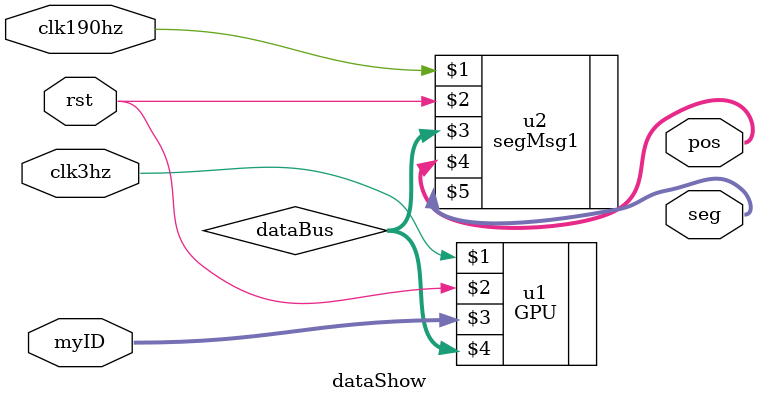
<source format=v>
`timescale 1ns / 1ps

module dataShow(
    input clk190hz,
    input clk3hz,
    input rst,
    input [31:0] myID,
    output [3:0] pos,
    output [7:0] seg
    );
    
    wire [15:0] dataBus;
    GPU     u1(clk3hz, rst, myID, dataBus);
    segMsg1 u2(clk190hz, rst, dataBus, pos, seg);
endmodule

</source>
